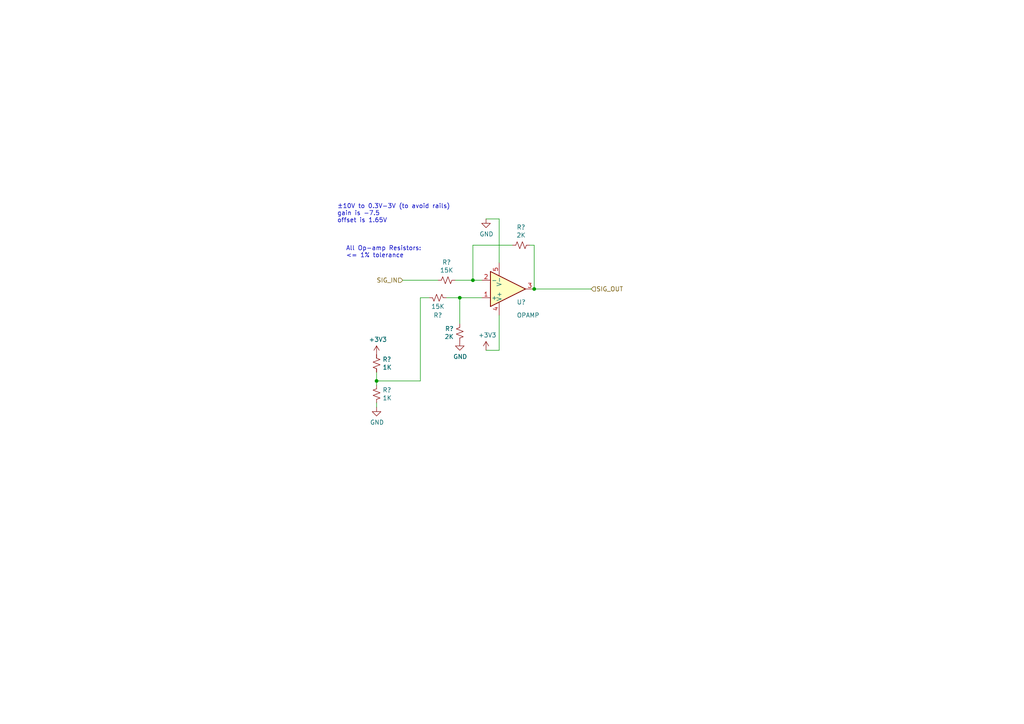
<source format=kicad_sch>
(kicad_sch (version 20211123) (generator eeschema)
  (paper "A4")
  (lib_symbols
    (symbol "Device:R_Small_US" (pin_numbers hide) (pin_names (offset 0.254) hide)
      (property "Reference" "R" (at 0.762 0.508 0))
      (property "Value" "R_Small_US" (at 0.762 -1.016 0))
      (symbol "R_Small_US_1_1"
        (polyline (pts (xy 0 0) (xy 1.016 -0.381) (xy 0 -0.762) (xy -1.016 -1.143) (xy 0 -1.524)))
        (polyline (pts (xy 0 1.524) (xy 1.016 1.143) (xy 0 0.762) (xy -1.016 0.381) (xy 0 0)))
        (pin passive line (at 0 2.54 270) (length 1.016) (name "~") (number "1"))
        (pin passive line (at 0 -2.54 90) (length 1.016) (name "~") (number "2"))
      )
    )
    (symbol "power:+3V3" (power) (pin_names (offset 0))
      (property "Value" "+3V3" (at 0 3.556 0))
      (symbol "+3V3_0_1"
        (polyline (pts (xy -0.762 1.27) (xy 0 2.54)))
        (polyline (pts (xy 0 0) (xy 0 2.54)))
        (polyline (pts (xy 0 2.54) (xy 0.762 1.27)))
      )
      (symbol "+3V3_1_1"
        (pin power_in line (at 0 0 90) (length 0) hide (name "+3V3") (number "1"))
      )
    )
    (symbol "power:GND" (power) (pin_names (offset 0))
      (property "Value" "GND" (at 0 -3.81 0))
      (symbol "GND_0_1"
        (polyline (pts (xy 0 0) (xy 0 -1.27) (xy 1.27 -1.27) (xy 0 -2.54) (xy -1.27 -1.27) (xy 0 -1.27)))
      )
      (symbol "GND_1_1"
        (pin power_in line (at 0 0 270) (length 0) hide (name "GND") (number "1"))
      )
    )
    (symbol "pspice:OPAMP" (pin_names (offset 0.254))
      (property "Reference" "U" (at 3.81 3.175 0))
      (property "Value" "OPAMP" (at 3.81 -3.175 0))
      (symbol "OPAMP_0_1"
        (polyline (pts (xy 5.08 0) (xy -5.08 5.08) (xy -5.08 -5.08) (xy 5.08 0)) (stroke (width 0.254)) (fill (type background)))
      )
      (symbol "OPAMP_1_1"
        (pin input line (at -7.62 2.54 0) (length 2.54) (name "+") (number "1"))
        (pin input line (at -7.62 -2.54 0) (length 2.54) (name "-") (number "2"))
        (pin output line (at 7.62 0 180) (length 2.54) (name "~") (number "3"))
        (pin power_in line (at -2.54 7.62 270) (length 3.81) (name "V+") (number "4"))
        (pin power_in line (at -2.54 -7.62 90) (length 3.81) (name "V-") (number "5"))
      )
    )
  )
  (junction (at 137.16 81.28))
  (junction (at 154.94 83.82))
  (junction (at 109.22 110.49))
  (junction (at 133.35 86.36))
  (wire (pts (xy 109.22 110.49) (xy 121.92 110.49)))
  (wire (pts (xy 109.22 110.49) (xy 109.22 107.95)))
  (wire (pts (xy 144.78 63.5) (xy 144.78 76.2)))
  (wire (pts (xy 109.22 111.76) (xy 109.22 110.49)))
  (wire (pts (xy 171.45 83.82) (xy 154.94 83.82)))
  (wire (pts (xy 121.92 110.49) (xy 121.92 86.36)))
  (wire (pts (xy 121.92 86.36) (xy 124.46 86.36)))
  (wire (pts (xy 132.08 81.28) (xy 137.16 81.28)))
  (wire (pts (xy 140.97 101.6) (xy 144.78 101.6)))
  (wire (pts (xy 144.78 101.6) (xy 144.78 91.44)))
  (wire (pts (xy 133.35 86.36) (xy 139.7 86.36)))
  (wire (pts (xy 133.35 93.98) (xy 133.35 86.36)))
  (wire (pts (xy 137.16 81.28) (xy 139.7 81.28)))
  (wire (pts (xy 153.67 71.12) (xy 154.94 71.12)))
  (wire (pts (xy 137.16 71.12) (xy 137.16 81.28)))
  (wire (pts (xy 154.94 71.12) (xy 154.94 83.82)))
  (wire (pts (xy 129.54 86.36) (xy 133.35 86.36)))
  (wire (pts (xy 109.22 116.84) (xy 109.22 118.11)))
  (wire (pts (xy 140.97 63.5) (xy 144.78 63.5)))
  (wire (pts (xy 148.59 71.12) (xy 137.16 71.12)))
  (wire (pts (xy 116.84 81.28) (xy 127 81.28)))
  (text "±10V to 0.3V-3V (to avoid rails)\ngain is -7.5\noffset is 1.65V" (at 97.79 64.77 0) (effects (font (size 1.27 1.27)) (justify left bottom)))
  (text "All Op-amp Resistors:\n<= 1% tolerance" (at 100.33 74.93 0) (effects (font (size 1.27 1.27)) (justify left bottom)))
  (hierarchical_label "SIG_IN" (shape input) (at 116.84 81.28 180))
  (hierarchical_label "SIG_OUT" (shape input) (at 171.45 83.82 0))
  (symbol (lib_id "pspice:OPAMP") (at 147.32 83.82 0) (mirror x) (unit 1)
    (property "Reference" "U?" (at 149.86 87.63 0) (effects (justify left)))
    (property "Value" "OPAMP" (at 149.86 91.44 0) (effects (justify left)))
  )
  (symbol (lib_id "Device:R_Small_US") (at 129.54 81.28 270) (unit 1)
    (property "Reference" "R?" (at 129.54 76.073 90))
    (property "Value" "15K" (at 129.54 78.3844 90))
  )
  (symbol (lib_id "Device:R_Small_US") (at 151.13 71.12 270) (unit 1)
    (property "Reference" "R?" (at 151.13 65.913 90))
    (property "Value" "2K" (at 151.13 68.2244 90))
  )
  (symbol (lib_id "Device:R_Small_US") (at 127 86.36 270) (mirror x) (unit 1)
    (property "Reference" "R?" (at 127 91.44 90))
    (property "Value" "15K" (at 127 88.9 90))
  )
  (symbol (lib_id "Device:R_Small_US") (at 133.35 96.52 0) (mirror x) (unit 1)
    (property "Reference" "R?" (at 131.6228 95.3516 0) (effects (justify right)))
    (property "Value" "2K" (at 131.6228 97.663 0) (effects (justify right)))
  )
  (symbol (lib_id "power:GND") (at 133.35 99.06 0) (unit 1)
    (property "Reference" "#PWR?" (effects hide))
    (property "Value" "GND" (at 133.477 103.4542 0))
  )
  (symbol (lib_id "power:GND") (at 140.97 63.5 0) (unit 1)
    (property "Reference" "#PWR?" (effects hide))
    (property "Value" "GND" (at 141.097 67.8942 0))
  )
  (symbol (lib_id "power:+3V3") (at 140.97 101.6 0) (unit 1)
    (property "Reference" "#PWR?" (effects hide))
    (property "Value" "+3V3" (at 141.351 97.2058 0))
  )
  (symbol (lib_id "power:+3V3") (at 109.22 102.87 0) (unit 1)
    (property "Reference" "#PWR?" (effects hide))
    (property "Value" "+3V3" (at 109.601 98.4758 0))
  )
  (symbol (lib_id "power:GND") (at 109.22 118.11 0) (unit 1)
    (property "Reference" "#PWR?" (effects hide))
    (property "Value" "GND" (at 109.347 122.5042 0))
  )
  (symbol (lib_id "Device:R_Small_US") (at 109.22 114.3 0) (mirror y) (unit 1)
    (property "Reference" "R?" (at 110.9472 113.1316 0) (effects (justify right)))
    (property "Value" "1K" (at 110.9472 115.443 0) (effects (justify right)))
  )
  (symbol (lib_id "Device:R_Small_US") (at 109.22 105.41 0) (unit 1)
    (property "Reference" "R?" (at 110.9472 104.2416 0) (effects (justify left)))
    (property "Value" "1K" (at 110.9472 106.553 0) (effects (justify left)))
  )
)
</source>
